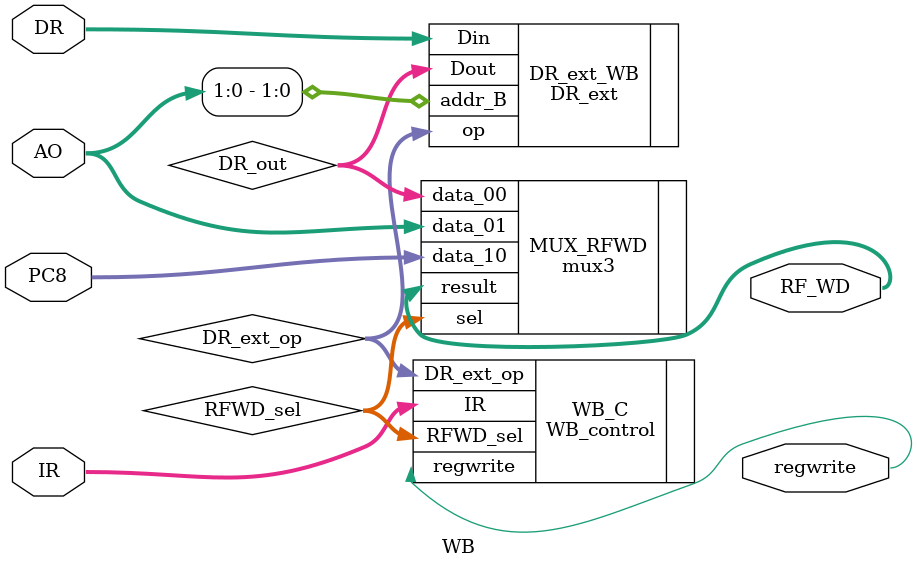
<source format=v>
`timescale 1ns / 1ps
module WB(
    input [31:0] IR,
    input [31:0] PC8,
    input [31:0] AO,
    input [31:0] DR,
	 output regwrite,
    output [31:0] RF_WD
    );
	
	wire [1:0]RFWD_sel;
	wire [31:0]DR_out;
	wire [2:0]DR_ext_op;

	WB_control WB_C(
		.IR(IR),
		.regwrite(regwrite),
		.RFWD_sel(RFWD_sel),
		.DR_ext_op(DR_ext_op)
    );
	

	DR_ext DR_ext_WB(
		.addr_B(AO[1:0]),
		.Din(DR),
		.op(DR_ext_op),
		.Dout(DR_out)
    );
	
	mux3#(32) MUX_RFWD(
		.data_00(DR_out),
		.data_01(AO),
		.data_10(PC8),
		.sel(RFWD_sel),
		.result(RF_WD)
	);

endmodule

</source>
